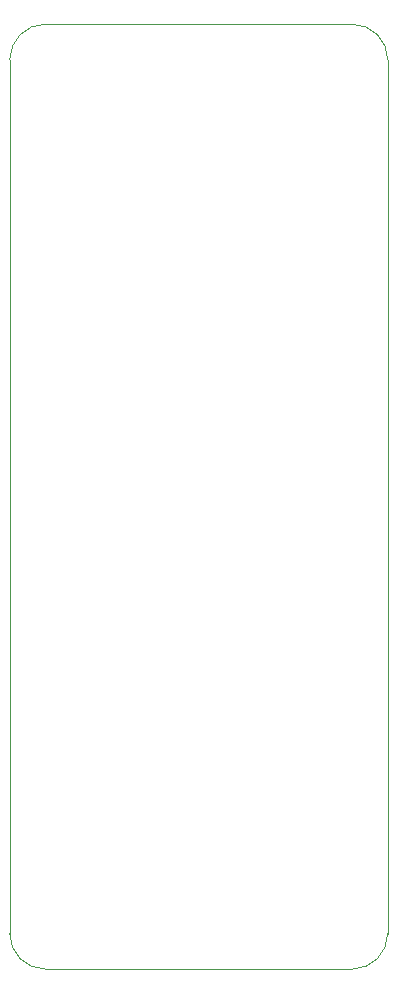
<source format=gbr>
%TF.GenerationSoftware,KiCad,Pcbnew,8.0.0*%
%TF.CreationDate,2024-05-28T22:42:53-04:00*%
%TF.ProjectId,MPPT Charge Controller,4d505054-2043-4686-9172-676520436f6e,0.2*%
%TF.SameCoordinates,Original*%
%TF.FileFunction,Profile,NP*%
%FSLAX46Y46*%
G04 Gerber Fmt 4.6, Leading zero omitted, Abs format (unit mm)*
G04 Created by KiCad (PCBNEW 8.0.0) date 2024-05-28 22:42:53*
%MOMM*%
%LPD*%
G01*
G04 APERTURE LIST*
%TA.AperFunction,Profile*%
%ADD10C,0.050000*%
%TD*%
G04 APERTURE END LIST*
D10*
X97000000Y-60000000D02*
X123000000Y-60000000D01*
X94000000Y-63000000D02*
G75*
G02*
X97000000Y-60000000I3000000J0D01*
G01*
X123000000Y-140000000D02*
X97000000Y-140000000D01*
X97000000Y-140000000D02*
G75*
G02*
X94000000Y-137000000I0J3000000D01*
G01*
X126000000Y-137000000D02*
G75*
G02*
X123000000Y-140000000I-3000000J0D01*
G01*
X123000000Y-60000000D02*
G75*
G02*
X126000000Y-63000000I0J-3000000D01*
G01*
X126000000Y-63000000D02*
X126000000Y-137000000D01*
X94000000Y-137000000D02*
X94000000Y-63000000D01*
M02*

</source>
